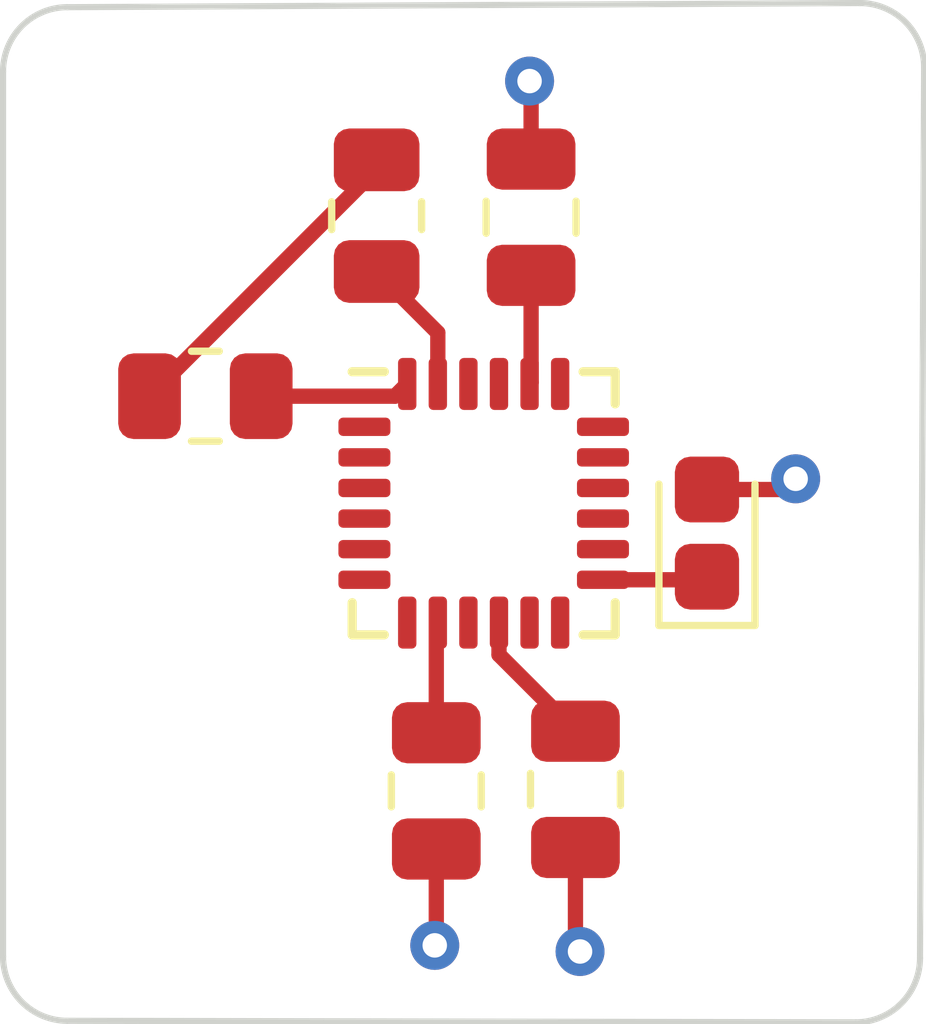
<source format=kicad_pcb>
(kicad_pcb (version 20211014) (generator pcbnew)
  (layers (0 "F.Cu" signal) (31 "B.Cu" signal) (34 "B.Paste" user) (35 "F.Paste" user) (36 "B.SilkS" user "B.Silkscreen") (37 "F.SilkS" user "F.Silkscreen") (38 "B.Mask" user) (39 "F.Mask" user) (44 "Edge.Cuts" user))
  (net 0 "")
  (net 1 "3.3v")
  (net 2 "GND")
  (net 3 "Net-(C402-Pad1)")
  (net 4 "Net-(C403-Pad1)")
  (net 5 "VCC3.3")
  (net 6 "VCC_3.3v")
  (net 7 "Net-(U301-Pad24)")
  (net 8 "Net-(U301-Pad23)")
  (net 16 "GYRO_INT")
  (footprint "Capacitor_SMD:C_0805_2012Metric" (layer "F.Cu") (at 161.725 68.75 90)
    (fp_text reference "C404")
    (fp_text value "0.01uF")
    (fp_line (start -0.261252 -0.735) (end 0.261252 -0.735) (layer "F.SilkS") (width 0.12))
    (fp_line (start -0.261252 0.735) (end 0.261252 0.735) (layer "F.SilkS") (width 0.12))
    (pad "1" smd roundrect (at -0.95 0 90) (size 1 1.45) (layers "F.Cu" "F.Paste" "F.Mask") (net 2 "GND"))
    (pad "2" smd roundrect (at 0.95 0 90) (size 1 1.45) (layers "F.Cu" "F.Paste" "F.Mask") (net 5 "VCC3.3"))
  )
  (footprint "Resistor_SMD:R_0805_2012Metric" (layer "F.Cu") (at 160.75 59.35 -90)
    (fp_text reference "R402")
    (fp_text value "4.7k")
    (fp_line (start -0.227064 0.735) (end 0.227064 0.735) (layer "F.SilkS") (width 0.12))
    (fp_line (start -0.227064 -0.735) (end 0.227064 -0.735) (layer "F.SilkS") (width 0.12))
    (pad "1" smd roundrect (at -0.9125 0 270) (size 1.025 1.4) (layers "F.Cu" "F.Paste" "F.Mask") (roundrect_rratio 0.243902) (net 6 "VCC_3.3v"))
    (pad "2" smd roundrect (at 0.9125 0 270) (size 1.025 1.4) (layers "F.Cu" "F.Paste" "F.Mask") (roundrect_rratio 0.243902) (net 8 "Net-(U301-Pad23)"))
  )
  (footprint "Sensor_Motion:InvenSense_QFN-24_4x4mm_P0.5mm" (layer "F.Cu") (at 162.5 64.05)
    (fp_text reference "U301")
    (fp_text value "MPU-6050")
    (fp_line (start 2.15 -2.15) (end 1.625 -2.15) (layer "F.SilkS") (width 0.15))
    (fp_line (start 2.15 2.15) (end 1.625 2.15) (layer "F.SilkS") (width 0.15))
    (fp_line (start -2.15 2.15) (end -2.15 1.625) (layer "F.SilkS") (width 0.15))
    (fp_line (start -2.15 -2.15) (end -1.625 -2.15) (layer "F.SilkS") (width 0.15))
    (fp_line (start -2.15 2.15) (end -1.625 2.15) (layer "F.SilkS") (width 0.15))
    (fp_line (start 2.15 2.15) (end 2.15 1.625) (layer "F.SilkS") (width 0.15))
    (fp_line (start 2.15 -2.15) (end 2.15 -1.625) (layer "F.SilkS") (width 0.15))
    (pad "1" smd roundrect (at -1.95 -1.25) (size 0.85 0.3) (layers "F.Cu" "F.Paste" "F.Mask") (net 2 "GND"))
    (pad "2" smd roundrect (at -1.95 -0.75) (size 0.85 0.3) (layers "F.Cu" "F.Paste" "F.Mask"))
    (pad "3" smd roundrect (at -1.95 -0.25) (size 0.85 0.3) (layers "F.Cu" "F.Paste" "F.Mask"))
    (pad "4" smd roundrect (at -1.95 0.25) (size 0.85 0.3) (layers "F.Cu" "F.Paste" "F.Mask"))
    (pad "5" smd roundrect (at -1.95 0.75) (size 0.85 0.3) (layers "F.Cu" "F.Paste" "F.Mask"))
    (pad "6" smd roundrect (at -1.95 1.25) (size 0.85 0.3) (layers "F.Cu" "F.Paste" "F.Mask"))
    (pad "7" smd roundrect (at -1.25 1.95 90) (size 0.85 0.3) (layers "F.Cu" "F.Paste" "F.Mask"))
    (pad "8" smd roundrect (at -0.75 1.95 90) (size 0.85 0.3) (layers "F.Cu" "F.Paste" "F.Mask") (net 5 "VCC3.3"))
    (pad "9" smd roundrect (at -0.25 1.95 90) (size 0.85 0.3) (layers "F.Cu" "F.Paste" "F.Mask"))
    (pad "10" smd roundrect (at 0.25 1.95 90) (size 0.85 0.3) (layers "F.Cu" "F.Paste" "F.Mask") (net 3 "Net-(C402-Pad1)"))
    (pad "11" smd roundrect (at 0.75 1.95 90) (size 0.85 0.3) (layers "F.Cu" "F.Paste" "F.Mask") (net 2 "GND"))
    (pad "12" smd roundrect (at 1.25 1.95 90) (size 0.85 0.3) (layers "F.Cu" "F.Paste" "F.Mask") (net 16 "GYRO_INT"))
    (pad "13" smd roundrect (at 1.95 1.25) (size 0.85 0.3) (layers "F.Cu" "F.Paste" "F.Mask") (net 1 "3.3v"))
    (pad "14" smd roundrect (at 1.95 0.75) (size 0.85 0.3) (layers "F.Cu" "F.Paste" "F.Mask"))
    (pad "15" smd roundrect (at 1.95 0.25) (size 0.85 0.3) (layers "F.Cu" "F.Paste" "F.Mask"))
    (pad "16" smd roundrect (at 1.95 -0.25) (size 0.85 0.3) (layers "F.Cu" "F.Paste" "F.Mask"))
    (pad "17" smd roundrect (at 1.95 -0.75) (size 0.85 0.3) (layers "F.Cu" "F.Paste" "F.Mask"))
    (pad "18" smd roundrect (at 1.95 -1.25) (size 0.85 0.3) (layers "F.Cu" "F.Paste" "F.Mask") (net 2 "GND"))
    (pad "19" smd roundrect (at 1.25 -1.95 90) (size 0.85 0.3) (layers "F.Cu" "F.Paste" "F.Mask"))
    (pad "20" smd roundrect (at 0.75 -1.95 90) (size 0.85 0.3) (layers "F.Cu" "F.Paste" "F.Mask") (net 4 "Net-(C403-Pad1)"))
    (pad "21" smd roundrect (at 0.25 -1.95 90) (size 0.85 0.3) (layers "F.Cu" "F.Paste" "F.Mask"))
    (pad "22" smd roundrect (at -0.25 -1.95 90) (size 0.85 0.3) (layers "F.Cu" "F.Paste" "F.Mask"))
    (pad "23" smd roundrect (at -0.75 -1.95 90) (size 0.85 0.3) (layers "F.Cu" "F.Paste" "F.Mask") (net 8 "Net-(U301-Pad23)"))
    (pad "24" smd roundrect (at -1.25 -1.95 90) (size 0.85 0.3) (layers "F.Cu" "F.Paste" "F.Mask") (net 7 "Net-(U301-Pad24)"))
  )
  (footprint "Capacitor_Tantalum_SMD:CP_EIA-1608-08_AVX-J" (layer "F.Cu") (at 166.15 64.5375 90)
    (fp_text reference "C401")
    (fp_text value "0.1uF")
    (fp_line (start -1.51 0.785) (end 0.8 0.785) (layer "F.SilkS") (width 0.12))
    (fp_line (start 0.8 -0.785) (end -1.51 -0.785) (layer "F.SilkS") (width 0.12))
    (fp_line (start -1.51 -0.785) (end -1.51 0.785) (layer "F.SilkS") (width 0.12))
    (pad "1" smd roundrect (at -0.7125 0 90) (size 1.075 1.05) (layers "F.Cu" "F.Paste" "F.Mask") (roundrect_rratio 0.238095) (net 1 "3.3v"))
    (pad "2" smd roundrect (at 0.7125 0 90) (size 1.075 1.05) (layers "F.Cu" "F.Paste" "F.Mask") (roundrect_rratio 0.238095) (net 2 "GND"))
  )
  (footprint "Resistor_SMD:R_0805_2012Metric" (layer "F.Cu") (at 157.95 62.3)
    (fp_text reference "R401")
    (fp_text value "4.7k")
    (fp_line (start -0.227064 0.735) (end 0.227064 0.735) (layer "F.SilkS") (width 0.12))
    (fp_line (start -0.227064 -0.735) (end 0.227064 -0.735) (layer "F.SilkS") (width 0.12))
    (pad "1" smd roundrect (at -0.9125 0) (size 1.025 1.4) (layers "F.Cu" "F.Paste" "F.Mask") (roundrect_rratio 0.243902) (net 6 "VCC_3.3v"))
    (pad "2" smd roundrect (at 0.9125 0) (size 1.025 1.4) (layers "F.Cu" "F.Paste" "F.Mask") (roundrect_rratio 0.243902) (net 7 "Net-(U301-Pad24)"))
  )
  (footprint "Capacitor_SMD:C_0805_2012Metric" (layer "F.Cu") (at 164 68.725 -90)
    (fp_text reference "C402")
    (fp_text value "0.1uF")
    (fp_line (start -0.261252 -0.735) (end 0.261252 -0.735) (layer "F.SilkS") (width 0.12))
    (fp_line (start -0.261252 0.735) (end 0.261252 0.735) (layer "F.SilkS") (width 0.12))
    (pad "1" smd roundrect (at -0.95 0 270) (size 1 1.45) (layers "F.Cu" "F.Paste" "F.Mask") (net 3 "Net-(C402-Pad1)"))
    (pad "2" smd roundrect (at 0.95 0 270) (size 1 1.45) (layers "F.Cu" "F.Paste" "F.Mask") (net 2 "GND"))
  )
  (footprint "Capacitor_SMD:C_0805_2012Metric" (layer "F.Cu") (at 163.275 59.375 90)
    (fp_text reference "C403")
    (fp_text value "2200pF")
    (fp_line (start -0.261252 0.735) (end 0.261252 0.735) (layer "F.SilkS") (width 0.12))
    (fp_line (start -0.261252 -0.735) (end 0.261252 -0.735) (layer "F.SilkS") (width 0.12))
    (pad "1" smd roundrect (at -0.95 0 90) (size 1 1.45) (layers "F.Cu" "F.Paste" "F.Mask") (net 4 "Net-(C403-Pad1)"))
    (pad "2" smd roundrect (at 0.95 0 90) (size 1 1.45) (layers "F.Cu" "F.Paste" "F.Mask") (net 2 "GND"))
  )
  (gr_line (start 154.642462 71.457538) (end 154.642462 56.992462) (layer "Edge.Cuts") (width 0.1))
  (gr_line (start 155.692462 55.942462) (end 168.65 55.875) (layer "Edge.Cuts") (width 0.1))
  (gr_line (start 168.582538 72.532538) (end 155.692462 72.507538) (layer "Edge.Cuts") (width 0.1))
  (gr_arc (start 154.642462 56.992462) (mid 154.95 56.25) (end 155.692462 55.942462) (layer "Edge.Cuts") (width 0.1))
  (gr_arc (start 169.632538 71.482538) (mid 169.325 72.225) (end 168.582538 72.532538) (layer "Edge.Cuts") (width 0.1))
  (gr_arc (start 168.65 55.875) (mid 169.392462 56.182538) (end 169.7 56.925) (layer "Edge.Cuts") (width 0.1))
  (gr_arc (start 155.692462 72.507538) (mid 154.95 72.2) (end 154.642462 71.457538) (layer "Edge.Cuts") (width 0.1))
  (gr_line (start 169.7 56.925) (end 169.632538 71.482538) (layer "Edge.Cuts") (width 0.1))
  (segment (start 166.15 65.25) (end 166.0875 65.3125) (width 0.25) (layer "F.Cu") (net 1))
  (segment (start 166.15 65.25) (end 166.1 65.3) (width 0.25) (layer "F.Cu") (net 1))
  (segment (start 166.1 65.3) (end 164.45 65.3) (width 0.25) (layer "F.Cu") (net 1))
  (segment (start 166.15 63.825) (end 167.425 63.825) (width 0.25) (layer "F.Cu") (net 2))
  (segment (start 161.725 71.25) (end 161.7 71.275) (width 0.25) (layer "F.Cu") (net 2))
  (segment (start 164 71.3) (end 164.075 71.375) (width 0.25) (layer "F.Cu") (net 2))
  (segment (start 163.275 57.175) (end 163.25 57.15) (width 0.25) (layer "F.Cu") (net 2))
  (segment (start 167.425 63.825) (end 167.6 63.65) (width 0.25) (layer "F.Cu") (net 2))
  (segment (start 161.725 69.7) (end 161.725 71.25) (width 0.25) (layer "F.Cu") (net 2))
  (segment (start 164 69.675) (end 164 71.3) (width 0.25) (layer "F.Cu") (net 2))
  (segment (start 163.275 58.425) (end 163.275 57.175) (width 0.25) (layer "F.Cu") (net 2))
  (via (at 164.075 71.375) (size 0.8) (drill 0.4) (layers "F.Cu" "B.Cu") (net 2))
  (via (at 167.6 63.65) (size 0.8) (drill 0.4) (layers "F.Cu" "B.Cu") (net 2))
  (via (at 163.25 57.15) (size 0.8) (drill 0.4) (layers "F.Cu" "B.Cu") (net 2))
  (via (at 161.7 71.275) (size 0.8) (drill 0.4) (layers "F.Cu" "B.Cu") (net 2))
  (segment (start 162.75 66.525) (end 162.75 66) (width 0.25) (layer "F.Cu") (net 3))
  (segment (start 164 67.775) (end 162.75 66.525) (width 0.25) (layer "F.Cu") (net 3))
  (segment (start 163.275 62.075) (end 163.25 62.1) (width 0.25) (layer "F.Cu") (net 4))
  (segment (start 163.275 60.325) (end 163.275 62.075) (width 0.25) (layer "F.Cu") (net 4))
  (segment (start 161.725 67.8) (end 161.725 66.025) (width 0.25) (layer "F.Cu") (net 5))
  (segment (start 161.725 66.025) (end 161.75 66) (width 0.25) (layer "F.Cu") (net 5))
  (segment (start 160.75 58.5875) (end 157.0375 62.3) (width 0.25) (layer "F.Cu") (net 6))
  (segment (start 160.75 58.4375) (end 160.75 58.5875) (width 0.25) (layer "F.Cu") (net 6))
  (segment (start 158.8625 62.3) (end 161.05 62.3) (width 0.25) (layer "F.Cu") (net 7))
  (segment (start 161.05 62.3) (end 161.25 62.1) (width 0.25) (layer "F.Cu") (net 7))
  (segment (start 160.75 60.2625) (end 161.75 61.2625) (width 0.25) (layer "F.Cu") (net 8))
  (segment (start 161.75 61.2625) (end 161.75 62.1) (width 0.25) (layer "F.Cu") (net 8))
)
</source>
